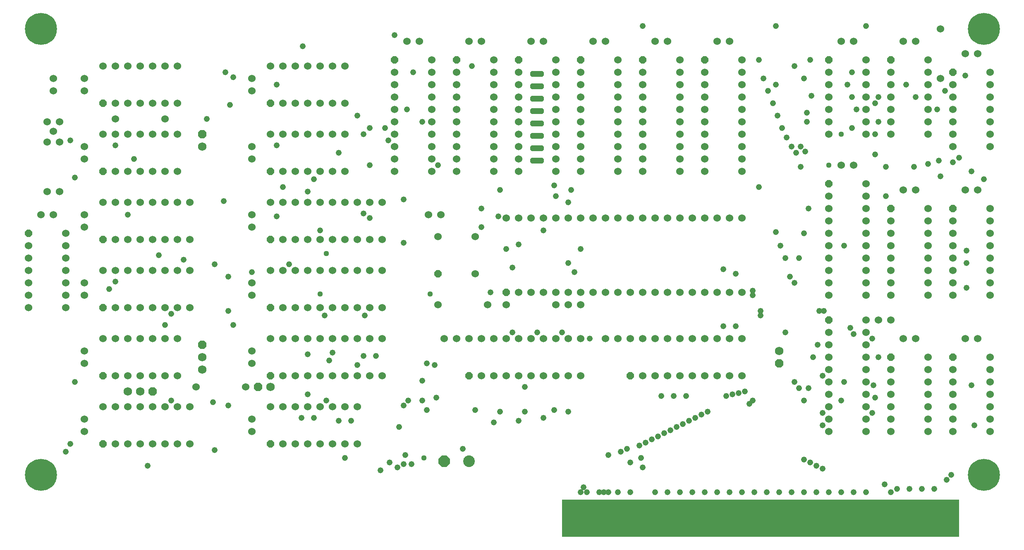
<source format=gbs>
G75*
G70*
%OFA0B0*%
%FSLAX24Y24*%
%IPPOS*%
%LPD*%
%AMOC8*
5,1,8,0,0,1.08239X$1,22.5*
%
%ADD10C,0.0320*%
%ADD11OC8,0.0600*%
%ADD12C,0.0600*%
%ADD13R,3.2000X0.3000*%
%ADD14OC8,0.0680*%
%ADD15C,0.0680*%
%ADD16OC8,0.0940*%
%ADD17C,0.0940*%
%ADD18C,0.2580*%
%ADD19C,0.0476*%
%ADD20C,0.0437*%
D10*
X041805Y030413D02*
X041805Y030538D01*
X042555Y030538D01*
X042555Y030413D01*
X041805Y030413D01*
X041805Y030491D02*
X042555Y030491D01*
X042555Y031413D02*
X041805Y031413D01*
X041805Y031538D01*
X042555Y031538D01*
X042555Y031413D01*
X042555Y031447D02*
X041805Y031447D01*
X041805Y032413D02*
X041805Y032538D01*
X042555Y032538D01*
X042555Y032413D01*
X041805Y032413D01*
X041805Y033413D02*
X041805Y033538D01*
X042555Y033538D01*
X042555Y033413D01*
X041805Y033413D01*
X041805Y034413D02*
X041805Y034538D01*
X042555Y034538D01*
X042555Y034413D01*
X041805Y034413D01*
X041805Y035413D02*
X041805Y035538D01*
X042555Y035538D01*
X042555Y035413D01*
X041805Y035413D01*
X041805Y036413D02*
X041805Y036538D01*
X042555Y036538D01*
X042555Y036413D01*
X041805Y036413D01*
X041805Y037413D02*
X041805Y037538D01*
X042555Y037538D01*
X042555Y037413D01*
X041805Y037413D01*
X041805Y037498D02*
X042555Y037498D01*
D11*
X040680Y038600D03*
X035680Y038600D03*
X030680Y038600D03*
X020680Y035100D03*
X020680Y029600D03*
X020680Y024100D03*
X020680Y018600D03*
X020680Y013100D03*
X020680Y007600D03*
X007180Y007600D03*
X007180Y013100D03*
X007180Y018600D03*
X007180Y024100D03*
X001180Y024600D03*
X007180Y029600D03*
X007180Y035100D03*
X034180Y021350D03*
X039680Y019850D03*
X036680Y013100D03*
X049680Y013100D03*
X065680Y017600D03*
X070680Y014600D03*
X075680Y014600D03*
X075680Y026600D03*
X070680Y026600D03*
X065680Y028600D03*
X075680Y037600D03*
X070680Y038600D03*
X065680Y038600D03*
X055680Y038600D03*
X050680Y038600D03*
X045680Y038600D03*
D12*
X043680Y038600D03*
X043680Y037600D03*
X043680Y036600D03*
X043680Y035600D03*
X045680Y035600D03*
X045680Y036600D03*
X045680Y037600D03*
X048680Y037600D03*
X048680Y036600D03*
X048680Y035600D03*
X048680Y034600D03*
X048680Y033600D03*
X048680Y032600D03*
X048680Y031600D03*
X048680Y030600D03*
X048680Y029600D03*
X050680Y029600D03*
X050680Y030600D03*
X050680Y031600D03*
X050680Y032600D03*
X050680Y033600D03*
X050680Y034600D03*
X050680Y035600D03*
X050680Y036600D03*
X050680Y037600D03*
X048680Y038600D03*
X047680Y040100D03*
X046680Y040100D03*
X042680Y040100D03*
X041680Y040100D03*
X038680Y038600D03*
X038680Y037600D03*
X038680Y036600D03*
X038680Y035600D03*
X040680Y035600D03*
X040680Y036600D03*
X040680Y037600D03*
X037680Y040100D03*
X036680Y040100D03*
X033680Y038600D03*
X033680Y037600D03*
X033680Y036600D03*
X033680Y035600D03*
X033680Y034600D03*
X033680Y033600D03*
X033680Y032600D03*
X033680Y031600D03*
X033680Y030600D03*
X033680Y029600D03*
X035680Y029600D03*
X035680Y030600D03*
X035680Y031600D03*
X035680Y032600D03*
X035680Y033600D03*
X035680Y034600D03*
X035680Y035600D03*
X035680Y036600D03*
X035680Y037600D03*
X032680Y040100D03*
X031680Y040100D03*
X030680Y037600D03*
X030680Y036600D03*
X030680Y035600D03*
X030680Y034600D03*
X030680Y033600D03*
X030680Y032600D03*
X030680Y031600D03*
X030680Y030600D03*
X030680Y029600D03*
X026680Y029600D03*
X025680Y029600D03*
X024680Y029600D03*
X023680Y029600D03*
X022680Y029600D03*
X021680Y029600D03*
X019180Y030600D03*
X019180Y031600D03*
X020680Y032600D03*
X021680Y032600D03*
X022680Y032600D03*
X023680Y032600D03*
X024680Y032600D03*
X025680Y032600D03*
X026680Y032600D03*
X026680Y035100D03*
X025680Y035100D03*
X024680Y035100D03*
X023680Y035100D03*
X022680Y035100D03*
X021680Y035100D03*
X019180Y036100D03*
X019180Y037100D03*
X020680Y038100D03*
X021680Y038100D03*
X022680Y038100D03*
X023680Y038100D03*
X024680Y038100D03*
X025680Y038100D03*
X026680Y038100D03*
X038680Y034600D03*
X038680Y033600D03*
X038680Y032600D03*
X038680Y031600D03*
X040680Y031600D03*
X040680Y032600D03*
X040680Y033600D03*
X040680Y034600D03*
X043680Y034600D03*
X043680Y033600D03*
X043680Y032600D03*
X043680Y031600D03*
X045680Y031600D03*
X045680Y032600D03*
X045680Y033600D03*
X045680Y034600D03*
X045680Y030600D03*
X045680Y029600D03*
X043680Y029600D03*
X043680Y030600D03*
X040680Y030600D03*
X040680Y029600D03*
X038680Y029600D03*
X038680Y030600D03*
X034430Y026100D03*
X033430Y026100D03*
X034180Y024350D03*
X037180Y024350D03*
X039680Y025850D03*
X040680Y025850D03*
X041680Y025850D03*
X042680Y025850D03*
X043680Y025850D03*
X044680Y025850D03*
X045680Y025850D03*
X046680Y025850D03*
X047680Y025850D03*
X048680Y025850D03*
X049680Y025850D03*
X050680Y025850D03*
X051680Y025850D03*
X052680Y025850D03*
X053680Y025850D03*
X054680Y025850D03*
X055680Y025850D03*
X056680Y025850D03*
X057680Y025850D03*
X058680Y025850D03*
X065680Y025600D03*
X065680Y026600D03*
X065680Y027600D03*
X068680Y027600D03*
X068680Y026600D03*
X068680Y025600D03*
X070680Y025600D03*
X070680Y024600D03*
X070680Y023600D03*
X070680Y022600D03*
X068680Y022600D03*
X068680Y023600D03*
X068680Y024600D03*
X065680Y024600D03*
X065680Y023600D03*
X065680Y022600D03*
X065680Y021600D03*
X065680Y020600D03*
X065680Y019600D03*
X068680Y019600D03*
X068680Y020600D03*
X068680Y021600D03*
X070680Y021600D03*
X070680Y020600D03*
X070680Y019600D03*
X073680Y019600D03*
X073680Y020600D03*
X073680Y021600D03*
X073680Y022600D03*
X073680Y023600D03*
X073680Y024600D03*
X073680Y025600D03*
X073680Y026600D03*
X072680Y028100D03*
X071680Y028100D03*
X068680Y028600D03*
X067680Y030100D03*
X066680Y030100D03*
X065680Y032600D03*
X065680Y033600D03*
X065680Y034600D03*
X065680Y035600D03*
X065680Y036600D03*
X065680Y037600D03*
X068680Y037600D03*
X068680Y036600D03*
X068680Y035600D03*
X070680Y035600D03*
X070680Y036600D03*
X070680Y037600D03*
X068680Y038600D03*
X067680Y040100D03*
X066680Y040100D03*
X071680Y040100D03*
X072680Y040100D03*
X074680Y041100D03*
X076680Y039100D03*
X077680Y039100D03*
X078680Y037600D03*
X078680Y036600D03*
X078680Y035600D03*
X078680Y034600D03*
X078680Y033600D03*
X078680Y032600D03*
X078680Y031600D03*
X075680Y031600D03*
X075680Y032600D03*
X075680Y033600D03*
X075680Y034600D03*
X075680Y035600D03*
X075680Y036600D03*
X074680Y037100D03*
X073680Y036600D03*
X073680Y035600D03*
X073680Y034600D03*
X073680Y033600D03*
X073680Y032600D03*
X070680Y032600D03*
X070680Y033600D03*
X070680Y034600D03*
X068680Y034600D03*
X068680Y033600D03*
X068680Y032600D03*
X073680Y037600D03*
X073680Y038600D03*
X058680Y038600D03*
X058680Y037600D03*
X058680Y036600D03*
X058680Y035600D03*
X058680Y034600D03*
X058680Y033600D03*
X058680Y032600D03*
X058680Y031600D03*
X058680Y030600D03*
X058680Y029600D03*
X055680Y029600D03*
X055680Y030600D03*
X055680Y031600D03*
X055680Y032600D03*
X055680Y033600D03*
X055680Y034600D03*
X055680Y035600D03*
X055680Y036600D03*
X055680Y037600D03*
X053680Y037600D03*
X053680Y036600D03*
X053680Y035600D03*
X053680Y034600D03*
X053680Y033600D03*
X053680Y032600D03*
X053680Y031600D03*
X053680Y030600D03*
X053680Y029600D03*
X037180Y021350D03*
X040680Y019850D03*
X041680Y019850D03*
X042680Y019850D03*
X043680Y019850D03*
X044680Y019850D03*
X045680Y019850D03*
X045680Y018850D03*
X044680Y018850D03*
X043680Y018850D03*
X046680Y019850D03*
X047680Y019850D03*
X048680Y019850D03*
X049680Y019850D03*
X050680Y019850D03*
X051680Y019850D03*
X052680Y019850D03*
X053680Y019850D03*
X054680Y019850D03*
X055680Y019850D03*
X056680Y019850D03*
X057680Y019850D03*
X058680Y019850D03*
X058680Y016100D03*
X057680Y016100D03*
X056680Y016100D03*
X055680Y016100D03*
X054680Y016100D03*
X053680Y016100D03*
X052680Y016100D03*
X051680Y016100D03*
X050680Y016100D03*
X049680Y016100D03*
X048680Y016100D03*
X047680Y016100D03*
X045680Y016100D03*
X044680Y016100D03*
X043680Y016100D03*
X042680Y016100D03*
X041680Y016100D03*
X040680Y016100D03*
X039680Y016100D03*
X038680Y016100D03*
X037680Y016100D03*
X036680Y016100D03*
X035680Y016100D03*
X034680Y016100D03*
X034180Y018850D03*
X038180Y018850D03*
X039680Y018850D03*
X039680Y013100D03*
X038680Y013100D03*
X037680Y013100D03*
X040680Y013100D03*
X041680Y013100D03*
X042680Y013100D03*
X043680Y013100D03*
X044680Y013100D03*
X045680Y013100D03*
X050680Y013100D03*
X051680Y013100D03*
X052680Y013100D03*
X053680Y013100D03*
X054680Y013100D03*
X055680Y013100D03*
X056680Y013100D03*
X057680Y013100D03*
X058680Y013100D03*
X065680Y012600D03*
X065680Y013600D03*
X065680Y014600D03*
X065680Y015600D03*
X065680Y016600D03*
X068680Y016600D03*
X068680Y015600D03*
X068680Y014600D03*
X068680Y013600D03*
X068680Y012600D03*
X070680Y012600D03*
X070680Y013600D03*
X073680Y013600D03*
X073680Y012600D03*
X073680Y011600D03*
X073680Y010600D03*
X073680Y009600D03*
X073680Y008600D03*
X075680Y008600D03*
X075680Y009600D03*
X075680Y010600D03*
X075680Y011600D03*
X075680Y012600D03*
X075680Y013600D03*
X073680Y014600D03*
X072680Y016100D03*
X071680Y016100D03*
X070680Y017600D03*
X069680Y017600D03*
X068680Y017600D03*
X075680Y019600D03*
X075680Y020600D03*
X075680Y021600D03*
X075680Y022600D03*
X075680Y023600D03*
X075680Y024600D03*
X075680Y025600D03*
X078680Y025600D03*
X078680Y026600D03*
X077680Y028100D03*
X076680Y028100D03*
X078680Y024600D03*
X078680Y023600D03*
X078680Y022600D03*
X078680Y021600D03*
X078680Y020600D03*
X078680Y019600D03*
X077680Y016100D03*
X076680Y016100D03*
X078680Y014600D03*
X078680Y013600D03*
X078680Y012600D03*
X078680Y011600D03*
X078680Y010600D03*
X078680Y009600D03*
X078680Y008600D03*
X070680Y008600D03*
X068680Y008600D03*
X068680Y009600D03*
X068680Y010600D03*
X068680Y011600D03*
X070680Y011600D03*
X070680Y010600D03*
X070680Y009600D03*
X065680Y009600D03*
X065680Y010600D03*
X065680Y011600D03*
X065680Y008600D03*
X029680Y013100D03*
X028680Y013100D03*
X027680Y013100D03*
X026680Y013100D03*
X025680Y013100D03*
X024680Y013100D03*
X023680Y013100D03*
X022680Y013100D03*
X021680Y013100D03*
X019180Y014100D03*
X019180Y015100D03*
X020680Y016100D03*
X021680Y016100D03*
X022680Y016100D03*
X023680Y016100D03*
X024680Y016100D03*
X025680Y016100D03*
X026680Y016100D03*
X027680Y016100D03*
X028680Y016100D03*
X029680Y016100D03*
X029680Y018600D03*
X028680Y018600D03*
X027680Y018600D03*
X026680Y018600D03*
X025680Y018600D03*
X024680Y018600D03*
X023680Y018600D03*
X022680Y018600D03*
X021680Y018600D03*
X019180Y019600D03*
X019180Y020600D03*
X020680Y021600D03*
X021680Y021600D03*
X022680Y021600D03*
X023680Y021600D03*
X024680Y021600D03*
X025680Y021600D03*
X026680Y021600D03*
X027680Y021600D03*
X028680Y021600D03*
X029680Y021600D03*
X029680Y024100D03*
X028680Y024100D03*
X027680Y024100D03*
X026680Y024100D03*
X025680Y024100D03*
X024680Y024100D03*
X023680Y024100D03*
X022680Y024100D03*
X021680Y024100D03*
X019180Y025100D03*
X019180Y026100D03*
X020680Y027100D03*
X021680Y027100D03*
X022680Y027100D03*
X023680Y027100D03*
X024680Y027100D03*
X025680Y027100D03*
X026680Y027100D03*
X027680Y027100D03*
X028680Y027100D03*
X029680Y027100D03*
X014180Y027100D03*
X013180Y027100D03*
X012180Y027100D03*
X011180Y027100D03*
X010180Y027100D03*
X009180Y027100D03*
X008180Y027100D03*
X007180Y027100D03*
X005680Y026100D03*
X005680Y025100D03*
X004180Y024600D03*
X004180Y023600D03*
X004180Y022600D03*
X004180Y021600D03*
X004180Y020600D03*
X004180Y019600D03*
X005680Y019600D03*
X005680Y020600D03*
X007180Y021600D03*
X008180Y021600D03*
X009180Y021600D03*
X010180Y021600D03*
X011180Y021600D03*
X012180Y021600D03*
X013180Y021600D03*
X014180Y021600D03*
X014180Y024100D03*
X013180Y024100D03*
X012180Y024100D03*
X011180Y024100D03*
X010180Y024100D03*
X009180Y024100D03*
X008180Y024100D03*
X003180Y026100D03*
X002180Y026100D03*
X002680Y027975D03*
X003680Y027975D03*
X005680Y030600D03*
X005680Y031600D03*
X007180Y032600D03*
X008180Y032600D03*
X009180Y032600D03*
X010180Y032600D03*
X011180Y032600D03*
X012180Y032600D03*
X013180Y032600D03*
X012180Y033850D03*
X012180Y035100D03*
X013180Y035100D03*
X011180Y035100D03*
X010180Y035100D03*
X009180Y035100D03*
X008180Y035100D03*
X008180Y033850D03*
X005680Y036100D03*
X005680Y037100D03*
X007180Y038100D03*
X008180Y038100D03*
X009180Y038100D03*
X010180Y038100D03*
X011180Y038100D03*
X012180Y038100D03*
X013180Y038100D03*
X003680Y033600D03*
X002680Y033600D03*
X003180Y032850D03*
X002680Y031975D03*
X003680Y031975D03*
X008180Y029600D03*
X009180Y029600D03*
X010180Y029600D03*
X011180Y029600D03*
X012180Y029600D03*
X013180Y029600D03*
X003180Y036100D03*
X003180Y037100D03*
X001180Y023600D03*
X001180Y022600D03*
X001180Y021600D03*
X001180Y020600D03*
X001180Y019600D03*
X001180Y018600D03*
X004180Y018600D03*
X007180Y016100D03*
X008180Y016100D03*
X009180Y016100D03*
X010180Y016100D03*
X011180Y016100D03*
X012180Y016100D03*
X013180Y016100D03*
X013180Y018600D03*
X012180Y018600D03*
X011180Y018600D03*
X010180Y018600D03*
X009180Y018600D03*
X008180Y018600D03*
X014180Y018600D03*
X005680Y015100D03*
X005680Y014100D03*
X008180Y013100D03*
X009180Y013100D03*
X010180Y013100D03*
X011180Y013100D03*
X012180Y013100D03*
X013180Y013100D03*
X014680Y012225D03*
X014180Y010600D03*
X013180Y010600D03*
X012180Y010600D03*
X011180Y010600D03*
X010180Y010600D03*
X009180Y010600D03*
X008180Y010600D03*
X007180Y010600D03*
X005680Y009600D03*
X005680Y008600D03*
X008180Y007600D03*
X009180Y007600D03*
X010180Y007600D03*
X011180Y007600D03*
X012180Y007600D03*
X013180Y007600D03*
X014180Y007600D03*
X019180Y008600D03*
X019180Y009600D03*
X020680Y010600D03*
X021680Y010600D03*
X022680Y010600D03*
X023680Y010600D03*
X024680Y010600D03*
X025680Y010600D03*
X026680Y010600D03*
X027680Y010600D03*
X027680Y007600D03*
X026680Y007600D03*
X025680Y007600D03*
X024680Y007600D03*
X023680Y007600D03*
X022680Y007600D03*
X021680Y007600D03*
X018680Y012225D03*
X053680Y038600D03*
X052680Y040100D03*
X051680Y040100D03*
X056680Y040100D03*
X057680Y040100D03*
D13*
X060180Y001600D03*
D14*
X061680Y014100D03*
X019680Y012225D03*
X015180Y015600D03*
X011180Y011850D03*
X015180Y032600D03*
D15*
X015180Y031600D03*
X015180Y014600D03*
X015180Y013600D03*
X010180Y011850D03*
X009180Y011850D03*
X020680Y012225D03*
X061680Y015100D03*
D16*
X034680Y006225D03*
D17*
X036680Y006225D03*
D18*
X002180Y005100D03*
X002180Y041100D03*
X078180Y041100D03*
X078180Y005100D03*
D19*
X075555Y005100D03*
X075180Y004725D03*
X074180Y003975D03*
X073180Y003975D03*
X072180Y003975D03*
X071180Y003975D03*
X070680Y003725D03*
X070180Y004350D03*
X068680Y003725D03*
X067680Y003725D03*
X066680Y003725D03*
X065680Y003725D03*
X064680Y003725D03*
X063680Y003725D03*
X062680Y003725D03*
X061680Y003725D03*
X060680Y003725D03*
X059680Y003725D03*
X058680Y003725D03*
X057680Y003725D03*
X056680Y003725D03*
X055680Y003725D03*
X054680Y003725D03*
X053680Y003725D03*
X052680Y003725D03*
X051680Y003725D03*
X049680Y003725D03*
X048680Y003725D03*
X047930Y003725D03*
X047555Y003725D03*
X047180Y003725D03*
X046180Y003725D03*
X045930Y004100D03*
X045680Y003725D03*
X049680Y006100D03*
X050555Y006475D03*
X050680Y005725D03*
X049430Y007225D03*
X048930Y006975D03*
X047930Y006725D03*
X050430Y007475D03*
X050930Y007725D03*
X051430Y007975D03*
X051930Y008225D03*
X052430Y008475D03*
X052930Y008725D03*
X053430Y008975D03*
X053930Y009225D03*
X054430Y009475D03*
X054930Y009725D03*
X055430Y009975D03*
X055930Y010225D03*
X057430Y011475D03*
X057930Y011600D03*
X058430Y011725D03*
X058930Y011850D03*
X059555Y011100D03*
X059305Y010850D03*
X062930Y012600D03*
X063305Y012100D03*
X064055Y012100D03*
X063680Y011100D03*
X065180Y010100D03*
X065180Y009100D03*
X066680Y011100D03*
X066930Y012600D03*
X065180Y013100D03*
X064430Y014600D03*
X064805Y015600D03*
X062180Y016600D03*
X060180Y017975D03*
X060180Y018350D03*
X059555Y019600D03*
X059555Y019975D03*
X058180Y021350D03*
X057180Y021725D03*
X061805Y023600D03*
X062180Y022600D03*
X063305Y022600D03*
X062555Y021100D03*
X062930Y020600D03*
X064930Y018350D03*
X065305Y018350D03*
X067430Y016975D03*
X067680Y016475D03*
X069180Y016100D03*
X069680Y014600D03*
X069305Y012350D03*
X069430Y011350D03*
X069180Y010100D03*
X064180Y006100D03*
X063680Y006350D03*
X064680Y005850D03*
X065180Y005600D03*
X054180Y011475D03*
X053180Y011475D03*
X052180Y011475D03*
X044680Y010225D03*
X043555Y010350D03*
X042680Y009725D03*
X041180Y010225D03*
X040680Y009475D03*
X039180Y010225D03*
X038680Y009350D03*
X037180Y010350D03*
X034055Y011350D03*
X032930Y011100D03*
X031805Y011100D03*
X031430Y010725D03*
X033305Y010350D03*
X031055Y008975D03*
X031555Y006725D03*
X031430Y005975D03*
X030930Y005725D03*
X030305Y006100D03*
X029555Y005475D03*
X032055Y005975D03*
X036180Y007225D03*
X041180Y012225D03*
X046430Y016100D03*
X044180Y016600D03*
X042180Y016600D03*
X040180Y016600D03*
X038430Y019850D03*
X040180Y021850D03*
X039680Y023350D03*
X040680Y023725D03*
X042680Y024850D03*
X045680Y023350D03*
X044680Y022225D03*
X045180Y021475D03*
X037680Y025100D03*
X039055Y025975D03*
X037680Y026600D03*
X039180Y028100D03*
X043555Y028475D03*
X044930Y028100D03*
X043680Y027600D03*
X044680Y027100D03*
X034180Y030100D03*
X030180Y032100D03*
X029930Y033100D03*
X028680Y033100D03*
X028180Y032600D03*
X027680Y034100D03*
X031680Y034600D03*
X032930Y033600D03*
X028680Y030100D03*
X026180Y031100D03*
X024180Y028975D03*
X023680Y027975D03*
X021680Y028350D03*
X021180Y025975D03*
X024680Y024850D03*
X028180Y026225D03*
X028680Y025850D03*
X031430Y027350D03*
X031430Y023850D03*
X022180Y022100D03*
X019180Y021475D03*
X017305Y021100D03*
X016180Y022100D03*
X013680Y022475D03*
X011680Y022850D03*
X008180Y020725D03*
X007680Y020100D03*
X012680Y018100D03*
X012180Y017225D03*
X017305Y018350D03*
X017680Y017225D03*
X023680Y014850D03*
X025430Y014350D03*
X025680Y014975D03*
X027680Y013975D03*
X028180Y014725D03*
X029180Y014725D03*
X033305Y014100D03*
X033930Y013975D03*
X032930Y012725D03*
X027180Y009475D03*
X026180Y009475D03*
X024180Y009725D03*
X023180Y009725D03*
X025180Y011100D03*
X023680Y011600D03*
X017305Y010725D03*
X016055Y010975D03*
X012680Y011100D03*
X016180Y007100D03*
X010805Y005850D03*
X004555Y007600D03*
X004180Y006975D03*
X004930Y012600D03*
X025055Y017975D03*
X028305Y017975D03*
X016930Y027225D03*
X009680Y030600D03*
X008180Y031725D03*
X004555Y032100D03*
X004930Y029100D03*
X009180Y026100D03*
X021180Y031725D03*
X017430Y034975D03*
X015555Y033850D03*
X021180Y036600D03*
X017680Y037225D03*
X017055Y037600D03*
X023305Y039725D03*
X030680Y040600D03*
X032180Y037600D03*
X036930Y038100D03*
X050680Y041350D03*
X060055Y038600D03*
X060430Y037100D03*
X061430Y036600D03*
X060805Y036100D03*
X061180Y035100D03*
X061555Y034100D03*
X061930Y033100D03*
X062305Y032350D03*
X062680Y031600D03*
X063430Y031600D03*
X063805Y031225D03*
X063055Y031100D03*
X063430Y029975D03*
X060055Y028350D03*
X064055Y026600D03*
X061430Y024725D03*
X063680Y024600D03*
X066930Y023600D03*
X070305Y027600D03*
X074680Y029225D03*
X073680Y030225D03*
X074555Y030475D03*
X075680Y030350D03*
X076180Y030725D03*
X077180Y029600D03*
X078180Y028975D03*
X072555Y029975D03*
X070305Y029975D03*
X069430Y030975D03*
X069430Y032600D03*
X069680Y033600D03*
X067930Y034600D03*
X069430Y035100D03*
X069680Y035600D03*
X067555Y035600D03*
X067180Y036600D03*
X067555Y037600D03*
X064305Y035725D03*
X063930Y034350D03*
X063930Y033600D03*
X067555Y033100D03*
X072680Y035600D03*
X071930Y036600D03*
X075055Y036100D03*
X076680Y037350D03*
X074430Y034600D03*
X064180Y038600D03*
X062930Y038100D03*
X063680Y037100D03*
X061430Y041350D03*
X068680Y041350D03*
X076805Y023225D03*
X076805Y022225D03*
X076805Y020225D03*
X077180Y012350D03*
X077430Y009100D03*
X058180Y017100D03*
X057180Y017100D03*
X026680Y006475D03*
D20*
X033055Y006475D03*
X033555Y019725D03*
X025180Y022975D03*
X024680Y019725D03*
X065680Y030100D03*
X066680Y032600D03*
M02*

</source>
